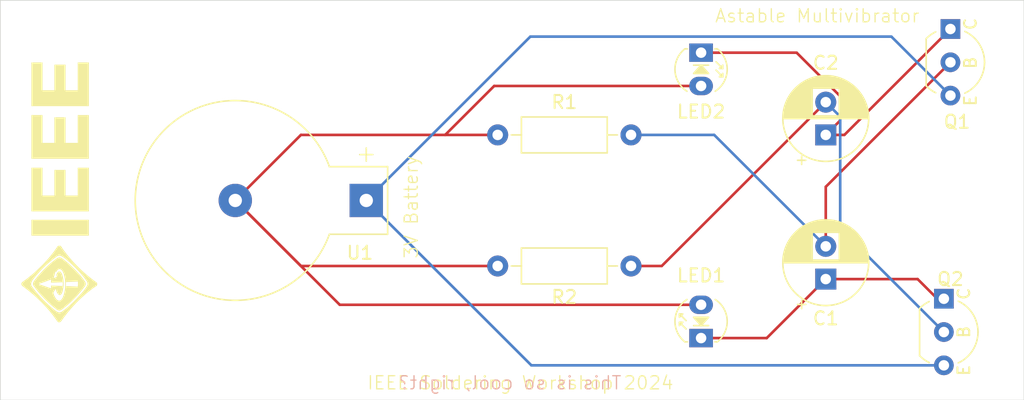
<source format=kicad_pcb>
(kicad_pcb (version 20240108) (generator "pcbnew") (generator_version "8.0")
  (layers (0 "F.Cu" signal) (31 "B.Cu" signal) (34 "B.Paste" user) (35 "F.Paste" user) (36 "B.SilkS" user "B.Silkscreen") (37 "F.SilkS" user "F.Silkscreen") (38 "B.Mask" user) (39 "F.Mask" user) (44 "Edge.Cuts" user))
  (net 0 "")
  (net 1 "Net-(LED1-K)")
  (net 2 "Net-(Q1-B)")
  (net 3 "Net-(Q2-B)")
  (net 4 "Net-(LED2-K)")
  (net 5 "Net-(LED1-A)")
  (net 6 "Net-(Q1-E)")
  (footprint "PCM_LED_THT_AKL:LED_D3.0mm" (layer "F.Cu") (at 210.5 58.725 -90)
    (property "Reference" "LED2" (at 4.5 0 180) (layer "F.SilkS"))
    (property "Value" "LED_3mm" (hide yes))
    (pad "1" thru_hole rect (at 0 0 270) (size 1.4 1.8) (drill 0.8) (layers "*.Cu" "*.Mask") (net 4 "Net-(LED2-K)"))
    (pad "2" thru_hole oval (at 2.54 0 270) (size 1.4 1.8) (drill 0.8) (layers "*.Cu" "*.Mask") (net 5 "Net-(LED1-A)"))
  )
  (footprint "Resistor_THT:R_Axial_DIN0207_L6.3mm_D2.5mm_P10.16mm_Horizontal" (layer "F.Cu") (at 205.16 65 180)
    (property "Reference" "R1" (at 5.08 2.5 0) (layer "F.SilkS"))
    (property "Value" "10k" (hide yes))
    (pad "1" thru_hole circle (at 0 0 180) (size 1.6 1.6) (drill 0.8) (layers "*.Cu" "*.Mask") (net 2 "Net-(Q1-B)"))
    (pad "2" thru_hole oval (at 10.16 0 180) (size 1.6 1.6) (drill 0.8) (layers "*.Cu" "*.Mask") (net 5 "Net-(LED1-A)"))
  )
  (footprint "PCM_Package_TO_SOT_THT_AKL:TO-92_Inline_Wide_CBE" (layer "F.Cu") (at 229 77.5 -90)
    (property "Reference" "Q2" (at -1.5 -0.5 180) (layer "F.SilkS"))
    (property "Value" "BC547" (hide yes))
    (fp_text user "E" (at 5.461 -1.524 90) (layer "F.SilkS") (effects (font (size 0.9 0.9))))
    (fp_text user "B" (at 2.54 -1.524 90) (layer "F.SilkS") (effects (font (size 0.9 0.9))))
    (fp_text user "C" (at -0.381 -1.524 90) (layer "F.SilkS") (effects (font (size 0.9 0.9))))
    (pad "1" thru_hole rect (at 0 0) (size 1.5 1.5) (drill 0.8) (layers "*.Cu" "*.Mask") (net 1 "Net-(LED1-K)"))
    (pad "2" thru_hole circle (at 2.54 0) (size 1.5 1.5) (drill 0.8) (layers "*.Cu" "*.Mask") (net 3 "Net-(Q2-B)"))
    (pad "3" thru_hole circle (at 5.08 0) (size 1.5 1.5) (drill 0.8) (layers "*.Cu" "*.Mask") (net 6 "Net-(Q1-E)"))
  )
  (footprint "Capacitor_THT:CP_Radial_D6.3mm_P2.50mm" (layer "F.Cu") (at 220 76 90)
    (property "Reference" "C1" (at -3 0 180) (layer "F.SilkS"))
    (property "Value" "220uF_10V" (hide yes))
    (pad "1" thru_hole rect (at 0 0 90) (size 1.6 1.6) (drill 0.8) (layers "*.Cu" "*.Mask") (net 1 "Net-(LED1-K)"))
    (pad "2" thru_hole circle (at 2.5 0 90) (size 1.6 1.6) (drill 0.8) (layers "*.Cu" "*.Mask") (net 2 "Net-(Q1-B)"))
  )
  (footprint "Resistor_THT:R_Axial_DIN0207_L6.3mm_D2.5mm_P10.16mm_Horizontal" (layer "F.Cu") (at 205.16 75 180)
    (property "Reference" "R2" (at 5.08 -2.37 0) (layer "F.SilkS"))
    (property "Value" "10k" (hide yes))
    (pad "1" thru_hole circle (at 0 0 180) (size 1.6 1.6) (drill 0.8) (layers "*.Cu" "*.Mask") (net 3 "Net-(Q2-B)"))
    (pad "2" thru_hole oval (at 10.16 0 180) (size 1.6 1.6) (drill 0.8) (layers "*.Cu" "*.Mask") (net 5 "Net-(LED1-A)"))
  )
  (footprint "Battery:BatteryHolder_Keystone_500" (layer "F.Cu") (at 184.987818 70 180)
    (property "Reference" "U1" (at 0.487818 -4 360) (layer "F.SilkS"))
    (property "Value" "~" (hide yes))
    (pad "1" thru_hole rect (at 0 0 180) (size 2.54 2.54) (drill 1.016) (layers "*.Cu" "*.Mask") (net 6 "Net-(Q1-E)"))
    (pad "2" thru_hole circle (at 9.9822 0 180) (size 2.54 2.54) (drill 1.016) (layers "*.Cu" "*.Mask") (net 5 "Net-(LED1-A)"))
  )
  (footprint "Capacitor_THT:CP_Radial_D6.3mm_P2.50mm" (layer "F.Cu") (at 220 65 90)
    (property "Reference" "C2" (at 5.5 0 180) (layer "F.SilkS"))
    (property "Value" "220uF_10V" (hide yes))
    (pad "1" thru_hole rect (at 0 0 90) (size 1.6 1.6) (drill 0.8) (layers "*.Cu" "*.Mask") (net 4 "Net-(LED2-K)"))
    (pad "2" thru_hole circle (at 2.5 0 90) (size 1.6 1.6) (drill 0.8) (layers "*.Cu" "*.Mask") (net 3 "Net-(Q2-B)"))
  )
  (footprint "PCM_LED_THT_AKL:LED_D3.0mm" (layer "F.Cu") (at 210.5 80.5 90)
    (property "Reference" "LED1" (at 4.775 0 360) (layer "F.SilkS"))
    (property "Value" "LED_3mm" (hide yes))
    (pad "1" thru_hole rect (at 0 0 90) (size 1.4 1.8) (drill 0.8) (layers "*.Cu" "*.Mask") (net 1 "Net-(LED1-K)"))
    (pad "2" thru_hole oval (at 2.54 0 90) (size 1.4 1.8) (drill 0.8) (layers "*.Cu" "*.Mask") (net 5 "Net-(LED1-A)"))
  )
  (footprint "PCM_Package_TO_SOT_THT_AKL:TO-92_Inline_Wide_CBE" (layer "F.Cu") (at 229.5 56.92 -90)
    (property "Reference" "Q1" (at 7.08 -0.5 180) (layer "F.SilkS"))
    (property "Value" "BC547" (hide yes))
    (fp_text user "C" (at -0.381 -1.524 90) (layer "F.SilkS") (effects (font (size 0.9 0.9))))
    (fp_text user "E" (at 5.461 -1.524 90) (layer "F.SilkS") (effects (font (size 0.9 0.9))))
    (fp_text user "B" (at 2.58 -1.524 90) (layer "F.SilkS") (effects (font (size 0.9 0.9))))
    (pad "1" thru_hole rect (at 0 0) (size 1.5 1.5) (drill 0.8) (layers "*.Cu" "*.Mask") (net 4 "Net-(LED2-K)"))
    (pad "2" thru_hole circle (at 2.54 0) (size 1.5 1.5) (drill 0.8) (layers "*.Cu" "*.Mask") (net 2 "Net-(Q1-B)"))
    (pad "3" thru_hole circle (at 5.08 0) (size 1.5 1.5) (drill 0.8) (layers "*.Cu" "*.Mask") (net 6 "Net-(Q1-E)"))
  )
  (gr_poly (pts (xy 160.318609 63.484342) (xy 160.318609 65.607137) (xy 161.222451 65.607137) (xy 161.222451 63.654429) (xy 162.071871 63.654429) (xy 162.071871 65.607137) (xy 163 65.607137) (xy 163 63.484342) (xy 163.849653 63.484342) (xy 163.849653 66.820201) (xy 159.469344 66.820201) (xy 159.469344 63.484342)) (stroke (width -0.000001)) (fill solid) (layer "F.SilkS"))
  (gr_poly (pts (xy 159.591044 76.345277) (xy 159.593059 76.327899) (xy 159.596227 76.310647) (xy 159.600475 76.293522) (xy 159.605729 76.276525) (xy 159.611915 76.259657) (xy 159.618959 76.242917) (xy 159.626787 76.226307) (xy 159.644499 76.19348) (xy 159.664459 76.16118) (xy 159.686077 76.129414) (xy 159.70876 76.098186) (xy 159.754958 76.037371) (xy 159.79832 75.978781) (xy 159.980396 75.758357) (xy 160.168959 75.54223) (xy 160.364026 75.331569) (xy 160.464005 75.228653) (xy 160.565617 75.127541) (xy 160.668864 75.028378) (xy 160.773749 74.931312) (xy 160.880275 74.836488) (xy 160.988443 74.744052) (xy 161.098255 74.654149) (xy 161.209715 74.566926) (xy 161.322824 74.482529) (xy 161.437585 74.401104) (xy 161.452993 74.3914) (xy 161.469318 74.382447) (xy 161.486447 74.374308) (xy 161.504267 74.367047) (xy 161.522664 74.360726) (xy 161.541525 74.355409) (xy 161.560736 74.351158) (xy 161.580183 74.348037) (xy 161.599754 74.34611) (xy 161.619334 74.345438) (xy 161.63881 74.346085) (xy 161.658068 74.348115) (xy 161.676995 74.35159) (xy 161.695477 74.356573) (xy 161.704517 74.35965) (xy 161.713402 74.363128) (xy 161.722119 74.367014) (xy 161.730654 74.371317) (xy 161.765012 74.392464) (xy 161.799021 74.414449) (xy 161.832708 74.437203) (xy 161.8661 74.460658) (xy 161.932109 74.5094) (xy 161.997267 74.560131) (xy 162.061794 74.612307) (xy 162.125907 74.665385) (xy 162.25377 74.772069) (xy 162.263105 74.772069) (xy 162.545071 75.040125) (xy 162.685236 75.177231) (xy 162.82363 75.316548) (xy 162.959333 75.458196) (xy 163.091426 75.602296) (xy 163.218988 75.748967) (xy 163.280783 75.823304) (xy 163.341101 75.898328) (xy 163.365003 75.934947) (xy 163.391393 75.971318) (xy 163.448332 76.043838) (xy 163.47723 76.080246) (xy 163.505313 76.116927) (xy 163.531755 76.15401) (xy 163.555731 76.191625) (xy 163.566536 76.210673) (xy 163.576415 76.229902) (xy 163.585265 76.24933) (xy 163.592982 76.268972) (xy 163.599463 76.288844) (xy 163.604605 76.308964) (xy 163.608305 76.329346) (xy 163.61046 76.350008) (xy 163.610966 76.370965) (xy 163.609721 76.392234) (xy 163.60662 76.413832) (xy 163.601562 76.435773) (xy 163.594442 76.458075) (xy 163.585157 76.480754) (xy 163.573605 76.503826) (xy 163.559682 76.527307) (xy 163.397337 76.741808) (xy 163.226156 76.953292) (xy 163.046893 77.161068) (xy 163.004648 77.207113) (xy 163.004648 76.575571) (xy 163.012449 76.481179) (xy 163.015431 76.432451) (xy 163.017344 76.383068) (xy 163.017844 76.333303) (xy 163.016588 76.283432) (xy 163.015195 76.258541) (xy 163.013234 76.233727) (xy 163.010662 76.209023) (xy 163.007437 76.184464) (xy 162.143066 76.223509) (xy 162.101929 76.230365) (xy 162.104624 76.304229) (xy 162.105552 76.341005) (xy 162.105968 76.377989) (xy 162.105697 76.415418) (xy 162.104566 76.453528) (xy 162.1024 76.492553) (xy 162.099028 76.532692) (xy 162.327409 76.542938) (xy 162.551546 76.55156) (xy 162.775828 76.561469) (xy 162.889396 76.567814) (xy 163.004648 76.575571) (xy 163.004648 77.207113) (xy 162.860302 77.364443) (xy 162.667139 77.562725) (xy 162.468158 77.755222) (xy 162.264112 77.941241) (xy 162.055757 78.12009) (xy 162.032892 78.135421) (xy 162.010459 78.151628) (xy 161.988368 78.168545) (xy 161.966531 78.186008) (xy 161.879919 78.257997) (xy 161.858004 78.275702) (xy 161.835806 78.292959) (xy 161.813234 78.309603) (xy 161.790199 78.325468) (xy 161.766613 78.340389) (xy 161.742385 78.354201) (xy 161.717427 78.366737) (xy 161.691648 78.377833) (xy 161.674056 78.384323) (xy 161.656766 78.389428) (xy 161.639768 78.393208) (xy 161.623049 78.395721) (xy 161.6066 78.397024) (xy 161.590409 78.397177) (xy 161.589372 78.397116) (xy 161.589372 77.647174) (xy 161.607958 77.646976) (xy 161.627077 77.645393) (xy 161.637546 77.642105) (xy 161.647783 77.63831) (xy 161.657791 77.634031) (xy 161.667573 77.629288) (xy 161.677131 77.624103) (xy 161.686466 77.618496) (xy 161.695583 77.61249) (xy 161.704482 77.606104) (xy 161.713167 77.59936) (xy 161.72164 77.59228) (xy 161.73796 77.577193) (xy 161.753462 77.561012) (xy 161.768164 77.543907) (xy 161.782087 77.526047) (xy 161.795251 77.507601) (xy 161.807674 77.488737) (xy 161.819376 77.469626) (xy 161.830377 77.450435) (xy 161.840697 77.431335) (xy 161.850355 77.412494) (xy 161.859371 77.394081) (xy 161.900894 77.291843) (xy 161.937146 77.18597) (xy 161.968193 77.07693) (xy 161.994096 76.965193) (xy 162.014922 76.851229) (xy 162.030733 76.735507) (xy 162.041594 76.618497) (xy 162.047569 76.500667) (xy 162.048722 76.382488) (xy 162.045117 76.264429) (xy 162.036818 76.14696) (xy 162.02389 76.030549) (xy 162.006395 75.915667) (xy 161.984399 75.802782) (xy 161.957965 75.692365) (xy 161.927157 75.584885) (xy 161.905743 75.530792) (xy 161.893934 75.502832) (xy 161.881257 75.474673) (xy 161.867611 75.446621) (xy 161.852895 75.418983) (xy 161.837009 75.392064) (xy 161.819851 75.366172) (xy 161.801322 75.341614) (xy 161.78132 75.318695) (xy 161.770736 75.307946) (xy 161.759746 75.297722) (xy 161.748337 75.288061) (xy 161.736497 75.279002) (xy 161.724214 75.270583) (xy 161.711474 75.262842) (xy 161.698266 75.255818) (xy 161.684576 75.249548) (xy 161.670393 75.244071) (xy 161.655703 75.239426) (xy 161.640494 75.235651) (xy 161.624753 75.232784) (xy 161.61168 75.233353) (xy 161.59891 75.234753) (xy 161.586439 75.236951) (xy 161.574266 75.23991) (xy 161.562385 75.243596) (xy 161.550795 75.247975) (xy 161.539492 75.253012) (xy 161.528473 75.258671) (xy 161.517734 75.264919) (xy 161.507273 75.27172) (xy 161.497085 75.279039) (xy 161.487169 75.286843) (xy 161.477521 75.295095) (xy 161.468137 75.303762) (xy 161.45015 75.322199) (xy 161.433183 75.341875) (xy 161.417211 75.362513) (xy 161.402207 75.383834) (xy 161.388147 75.40556) (xy 161.375004 75.427414) (xy 161.362753 75.449116) (xy 161.340825 75.490953) (xy 161.334124 75.490953) (xy 161.328672 75.476677) (xy 161.323447 75.461991) (xy 161.318539 75.447011) (xy 161.31404 75.431853) (xy 161.310043 75.416633) (xy 161.306638 75.401467) (xy 161.305187 75.393941) (xy 161.303918 75.386473) (xy 161.302843 75.379076) (xy 161.301974 75.371765) (xy 161.298217 75.371765) (xy 161.284809 75.442375) (xy 161.270137 75.512461) (xy 161.254394 75.582104) (xy 161.237776 75.651388) (xy 161.202691 75.789204) (xy 161.16644 75.926566) (xy 161.196775 75.913779) (xy 161.227455 75.901746) (xy 161.258415 75.890308) (xy 161.289588 75.879305) (xy 161.415119 75.83643) (xy 161.408711 75.815733) (xy 161.402714 75.794885) (xy 161.39714 75.773866) (xy 161.391999 75.75266) (xy 161.387303 75.731249) (xy 161.383062 75.709616) (xy 161.37929 75.687741) (xy 161.375996 75.665608) (xy 161.390959 75.627764) (xy 161.408034 75.587954) (xy 161.417549 75.567921) (xy 161.427816 75.548129) (xy 161.438908 75.528819) (xy 161.4509 75.510238) (xy 161.463866 75.492627) (xy 161.477881 75.47623) (xy 161.485304 75.468564) (xy 161.493018 75.461292) (xy 161.501031 75.454446) (xy 161.509353 75.448056) (xy 161.517992 75.442153) (xy 161.526958 75.436766) (xy 161.536261 75.431927) (xy 161.54591 75.427665) (xy 161.555914 75.424012) (xy 161.566282 75.420998) (xy 161.577023 75.418653) (xy 161.588148 75.417007) (xy 161.598569 75.416389) (xy 161.608659 75.416526) (xy 161.618428 75.417383) (xy 161.627884 75.418929) (xy 161.637036 75.42113) (xy 161.645893 75.423954) (xy 161.654464 75.427367) (xy 161.662759 75.431337) (xy 161.670785 75.43583) (xy 161.678552 75.440814) (xy 161.686069 75.446255) (xy 161.693345 75.452122) (xy 161.700389 75.45838) (xy 161.707209 75.464997) (xy 161.713815 75.471941) (xy 161.720215 75.479177) (xy 161.732435 75.494397) (xy 161.74394 75.510393) (xy 161.754802 75.526903) (xy 161.765092 75.543663) (xy 161.801965 75.607932) (xy 161.828626 75.686165) (xy 161.85211 75.765487) (xy 161.872426 75.845772) (xy 161.889586 75.926895) (xy 161.903598 76.008729) (xy 161.914472 76.091149) (xy 161.922218 76.174028) (xy 161.926846 76.257242) (xy 161.928366 76.340664) (xy 161.926787 76.424169) (xy 161.922119 76.507631) (xy 161.914371 76.590923) (xy 161.903555 76.673921) (xy 161.889678 76.756498) (xy 161.872752 76.838528) (xy 161.852785 76.919887) (xy 161.838013 76.966692) (xy 161.821148 77.015987) (xy 161.811591 77.040799) (xy 161.801103 77.065309) (xy 161.789547 77.089211) (xy 161.776787 77.112196) (xy 161.762687 77.133956) (xy 161.747111 77.154184) (xy 161.738727 77.163627) (xy 161.729923 77.172571) (xy 161.720681 77.180979) (xy 161.710986 77.18881) (xy 161.700819 77.196028) (xy 161.690164 77.202593) (xy 161.679004 77.208467) (xy 161.667322 77.213612) (xy 161.6551 77.217989) (xy 161.642322 77.221559) (xy 161.628971 77.224284) (xy 161.61503 77.226126) (xy 161.596743 77.217799) (xy 161.579354 77.208717) (xy 161.562832 77.198909) (xy 161.547146 77.188409) (xy 161.532268 77.177246) (xy 161.518165 77.165452) (xy 161.504809 77.153058) (xy 161.492169 77.140095) (xy 161.480214 77.126595) (xy 161.468915 77.112589) (xy 161.45824 77.098108) (xy 161.448161 77.083183) (xy 161.438646 77.067845) (xy 161.429665 77.052126) (xy 161.413186 77.019668) (xy 161.398482 76.986059) (xy 161.38531 76.951549) (xy 161.373428 76.916387) (xy 161.362594 76.880822) (xy 161.343105 76.809486) (xy 161.324905 76.739537) (xy 161.302473 76.774853) (xy 161.280451 76.810247) (xy 161.236666 76.880982) (xy 161.214416 76.916182) (xy 161.191603 76.951173) (xy 161.167984 76.985886) (xy 161.143315 77.020249) (xy 161.144763 77.038599) (xy 161.147031 77.056759) (xy 161.150059 77.074742) (xy 161.153784 77.092557) (xy 161.158146 77.110216) (xy 161.163081 77.12773) (xy 161.168529 77.145108) (xy 161.174429 77.162363) (xy 161.187334 77.196545) (xy 161.201305 77.230361) (xy 161.230469 77.297243) (xy 161.260726 77.356501) (xy 161.277411 77.387466) (xy 161.295239 77.418701) (xy 161.314289 77.449741) (xy 161.33464 77.480122) (xy 161.35637 77.509379) (xy 161.37956 77.537047) (xy 161.404288 77.56266) (xy 161.417253 77.574551) (xy 161.430632 77.585755) (xy 161.444435 77.596212) (xy 161.458673 77.605866) (xy 161.473353 77.614657) (xy 161.488488 77.622528) (xy 161.504086 77.629421) (xy 161.520157 77.635277) (xy 161.536711 77.640038) (xy 161.553759 77.643647) (xy 161.571309 77.646045) (xy 161.589372 77.647174) (xy 161.589372 78.397116) (xy 161.574465 78.396238) (xy 161.558756 78.394265) (xy 161.543273 78.391316) (xy 161.528004 78.38745) (xy 161.512938 78.382725) (xy 161.498064 78.3772) (xy 161.483371 78.370932) (xy 161.468848 78.36398) (xy 161.440267 78.348259) (xy 161.412234 78.330502) (xy 161.38466 78.311176) (xy 161.357457 78.290749) (xy 161.330537 78.269686) (xy 161.277193 78.227522) (xy 161.250593 78.207355) (xy 161.223923 78.188419) (xy 161.004623 78.004724) (xy 160.966025 77.970258) (xy 160.966025 76.704752) (xy 160.972881 76.487991) (xy 160.979234 76.487991) (xy 161.850229 76.527307) (xy 161.85937 76.520529) (xy 161.862313 76.48736) (xy 161.86469 76.452668) (xy 161.866325 76.416935) (xy 161.86704 76.380642) (xy 161.866658 76.344271) (xy 161.865003 76.308304) (xy 161.863642 76.290622) (xy 161.861897 76.273222) (xy 161.859744 76.256163) (xy 161.857163 76.239506) (xy 161.84345 76.239506) (xy 160.99864 76.2746) (xy 160.970054 76.269332) (xy 160.966025 76.032816) (xy 160.731699 76.120611) (xy 160.496422 76.207022) (xy 160.260418 76.291973) (xy 160.023913 76.375388) (xy 160.023913 76.382322) (xy 160.196012 76.435932) (xy 160.966025 76.704752) (xy 160.966025 77.970258) (xy 160.788029 77.811313) (xy 160.681258 77.7113) (xy 160.575779 77.609263) (xy 160.471795 77.505336) (xy 160.369511 77.399654) (xy 160.269133 77.292351) (xy 160.170864 77.183564) (xy 160.07491 77.073426) (xy 159.981476 76.962073) (xy 159.890765 76.84964) (xy 159.802984 76.73626) (xy 159.718337 76.62207) (xy 159.637028 76.507204) (xy 159.637027 76.507242) (xy 159.625332 76.48876) (xy 159.615455 76.470398) (xy 159.607324 76.452156) (xy 159.600863 76.434035) (xy 159.596001 76.416037) (xy 159.592661 76.398161) (xy 159.590771 76.380409) (xy 159.590257 76.36278)) (stroke (width -0.000001)) (fill solid) (layer "F.SilkS"))
  (gr_poly (pts (xy 160.318609 67.5) (xy 160.318609 69.623374) (xy 161.222451 69.623374) (xy 161.222451 67.670009) (xy 162.071871 67.670009) (xy 162.071871 69.623375) (xy 163 69.623375) (xy 163 67.5) (xy 163.849653 67.5) (xy 163.849653 70.83671) (xy 159.469344 70.83671) (xy 159.469344 67.5)) (stroke (width -0.000001)) (fill solid) (layer "F.SilkS"))
  (gr_poly (pts (xy 158.704593 76.363219) (xy 158.705077 76.357058) (xy 158.705863 76.350902) (xy 158.70696 76.344755) (xy 158.708379 76.338623) (xy 158.710131 76.332507) (xy 158.712224 76.326414) (xy 158.71467 76.320346) (xy 158.716376 76.314735) (xy 158.718488 76.309051) (xy 158.720961 76.30331) (xy 158.723753 76.297527) (xy 158.726818 76.291717) (xy 158.730113 76.285895) (xy 158.733595 76.280076) (xy 158.737218 76.274276) (xy 158.744718 76.262789) (xy 158.75226 76.251555) (xy 158.759495 76.240694) (xy 158.766071 76.230326) (xy 159.076455 76.011318) (xy 159.249246 75.874473) (xy 159.422963 75.734518) (xy 159.509165 75.663484) (xy 159.594393 75.591804) (xy 159.678246 75.519521) (xy 159.760321 75.446678) (xy 160.262985 74.965473) (xy 160.422961 74.800907) (xy 160.578208 74.63375) (xy 160.728811 74.463916) (xy 160.874853 74.291324) (xy 161.016417 74.115891) (xy 161.153587 73.937533) (xy 161.286447 73.756167) (xy 161.41508 73.57171) (xy 161.417675 73.555945) (xy 161.425601 73.544306) (xy 161.434241 73.533169) (xy 161.443548 73.522556) (xy 161.453478 73.51249) (xy 161.463984 73.502995) (xy 161.475021 73.494093) (xy 161.486541 73.485807) (xy 161.498501 73.478161) (xy 161.510853 73.471176) (xy 161.523552 73.464878) (xy 161.536551 73.459287) (xy 161.549806 73.454428) (xy 161.56327 73.450322) (xy 161.576896 73.446994) (xy 161.59064 73.444466) (xy 161.604456 73.442762) (xy 161.61908 73.443533) (xy 161.632989 73.445319) (xy 161.646215 73.448071) (xy 161.658792 73.45174) (xy 161.670752 73.456277) (xy 161.68213 73.461631) (xy 161.692959 73.467753) (xy 161.703271 73.474595) (xy 161.7131 73.482106) (xy 161.722481 73.490238) (xy 161.731445 73.498941) (xy 161.740026 73.508165) (xy 161.756174 73.527982) (xy 161.77119 73.549293) (xy 161.785343 73.571703) (xy 161.798898 73.594818) (xy 161.825281 73.641581) (xy 161.838643 73.66444) (xy 161.852475 73.686423) (xy 161.867042 73.707137) (xy 161.882611 73.726186) (xy 162.01557 73.90573) (xy 162.152338 74.082783) (xy 162.292814 74.257227) (xy 162.436897 74.428943) (xy 162.584488 74.59781) (xy 162.735485 74.76371) (xy 162.889787 74.926524) (xy 163.047296 75.086133) (xy 163.207909 75.242417) (xy 163.371526 75.395257) (xy 163.538047 75.544535) (xy 163.707371 75.69013) (xy 163.879399 75.831924) (xy 164.054028 75.969798) (xy 164.231158 76.103633) (xy 164.41069 76.233309) (xy 164.465694 76.28808) (xy 164.468702 76.29329) (xy 164.471441 76.29859) (xy 164.47392 76.303975) (xy 164.476144 76.309438) (xy 164.479863 76.320578) (xy 164.482656 76.331968) (xy 164.484583 76.343564) (xy 164.485705 76.355322) (xy 164.48608 76.367199) (xy 164.485768 76.379151) (xy 164.484829 76.391134) (xy 164.483322 76.403104) (xy 164.481307 76.415019) (xy 164.478843 76.426834) (xy 164.47599 76.438506) (xy 164.472808 76.449991) (xy 164.469356 76.461246) (xy 164.465694 76.472226) (xy 164.463278 76.478951) (xy 164.460544 76.485311) (xy 164.457508 76.491324) (xy 164.454187 76.49701) (xy 164.450596 76.502388) (xy 164.446753 76.507477) (xy 164.442672 76.512297) (xy 164.438372 76.516866) (xy 164.433867 76.521204) (xy 164.429174 76.525329) (xy 164.419289 76.533021) (xy 164.408848 76.540095) (xy 164.39798 76.546704) (xy 164.352846 76.57156) (xy 164.341797 76.578146) (xy 164.331103 76.585188) (xy 164.320892 76.592839) (xy 164.316009 76.596941) (xy 164.311296 76.601252) (xy 164.267656 76.629934) (xy 164.224329 76.659492) (xy 164.138539 76.720824) (xy 164.053781 76.784426) (xy 163.96991 76.849471) (xy 163.804252 76.980595) (xy 163.722175 77.045023) (xy 163.640406 77.107596) (xy 163.603409 77.143317) (xy 163.565928 77.177894) (xy 163.528025 77.211744) (xy 163.489761 77.24528) (xy 163.412395 77.313072) (xy 163.373417 77.348158) (xy 163.334322 77.38459) (xy 163.107953 77.597572) (xy 162.88877 77.816558) (xy 162.676883 78.041077) (xy 162.4724 78.270658) (xy 162.275431 78.504832) (xy 162.086084 78.743127) (xy 161.904469 78.985072) (xy 161.730693 79.230197) (xy 161.721741 79.238848) (xy 161.712435 79.247244) (xy 161.702777 79.255309) (xy 161.692771 79.262964) (xy 161.682421 79.270131) (xy 161.671728 79.276732) (xy 161.660697 79.28269) (xy 161.64933 79.287927) (xy 161.637631 79.292364) (xy 161.625603 79.295924) (xy 161.613249 79.298528) (xy 161.606951 79.299448) (xy 161.600572 79.3001) (xy 161.594114 79.300474) (xy 161.587576 79.30056) (xy 161.580959 79.30035) (xy 161.577345 79.30007) (xy 161.577345 78.543307) (xy 161.591744 78.543051) (xy 161.606 78.54244) (xy 161.620099 78.541447) (xy 161.634028 78.540048) (xy 161.647775 78.538218) (xy 161.661328 78.535933) (xy 161.674673 78.533166) (xy 161.687797 78.529892) (xy 161.700687 78.526088) (xy 161.713332 78.521728) (xy 161.725717 78.516786) (xy 161.73783 78.511238) (xy 161.749659 78.505059) (xy 161.76119 78.498224) (xy 161.772411 78.490707) (xy 161.851029 78.436748) (xy 161.929157 78.380781) (xy 162.006738 78.322941) (xy 162.083716 78.263365) (xy 162.160036 78.202188) (xy 162.235642 78.139548) (xy 162.384487 78.010417) (xy 162.529804 77.877062) (xy 162.671146 77.740569) (xy 162.808066 77.602028) (xy 162.940116 77.462525) (xy 163.15793 77.222867) (xy 163.266361 77.102659) (xy 163.372123 76.981117) (xy 163.423452 76.919592) (xy 163.473453 76.857429) (xy 163.521905 76.794526) (xy 163.568587 76.730782) (xy 163.61328 76.666097) (xy 163.655763 76.600367) (xy 163.695815 76.533492) (xy 163.733215 76.46537) (xy 163.738162 76.454008) (xy 163.742413 76.442565) (xy 163.74599 76.431052) (xy 163.748914 76.419477) (xy 163.751206 76.407849) (xy 163.752888 76.396178) (xy 163.753981 76.384474) (xy 163.754507 76.372744) (xy 163.754488 76.360999) (xy 163.753943 76.349248) (xy 163.752896 76.3375) (xy 163.751368 76.325764) (xy 163.746951 76.302366) (xy 163.740865 76.279127) (xy 163.733281 76.256122) (xy 163.724371 76.233426) (xy 163.714305 76.21111) (xy 163.703256 76.18925) (xy 163.691394 76.16792) (xy 163.678891 76.147193) (xy 163.665918 76.127144) (xy 163.652646 76.107846) (xy 163.58588 76.015033) (xy 163.51714 75.923421) (xy 163.446535 75.832967) (xy 163.374173 75.743627) (xy 163.300162 75.655357) (xy 163.224613 75.568112) (xy 163.069331 75.396526) (xy 162.909196 75.228517) (xy 162.745076 75.063733) (xy 162.577842 74.901824) (xy 162.408362 74.742437) (xy 162.31931 74.668262) (xy 162.231324 74.593115) (xy 162.143506 74.51865) (xy 162.054958 74.446526) (xy 162.01013 74.411859) (xy 161.964782 74.378398) (xy 161.918802 74.346351) (xy 161.872078 74.315923) (xy 161.824497 74.287323) (xy 161.775949 74.260757) (xy 161.726319 74.236433) (xy 161.675496 74.214557) (xy 161.665356 74.211984) (xy 161.655309 74.209849) (xy 161.645352 74.20814) (xy 161.635486 74.206843) (xy 161.62571 74.205946) (xy 161.616022 74.205435) (xy 161.606421 74.205297) (xy 161.596907 74.205519) (xy 161.578136 74.206994) (xy 161.559701 74.209755) (xy 161.541595 74.213699) (xy 161.523809 74.218721) (xy 161.506338 74.224718) (xy 161.489174 74.231587) (xy 161.47231 74.239223) (xy 161.455738 74.247523) (xy 161.43945 74.256383) (xy 161.423441 74.2657) (xy 161.407702 74.275369) (xy 161.392227 74.285287) (xy 161.217058 74.412013) (xy 161.044499 74.544965) (xy 160.874774 74.683666) (xy 160.708108 74.82764) (xy 160.544725 74.976409) (xy 160.384849 75.129496) (xy 160.228704 75.286425) (xy 160.076515 75.446717) (xy 160.060246 75.475033) (xy 160.003862 75.53443) (xy 159.947944 75.595523) (xy 159.89266 75.657976) (xy 159.838174 75.72145) (xy 159.784652 75.785609) (xy 159.732259 75.850115) (xy 159.681163 75.914631) (xy 159.631527 75.97882) (xy 159.605785 76.010244) (xy 159.580742 76.043367) (xy 159.556783 76.077998) (xy 159.534291 76.113945) (xy 159.51365 76.151016) (xy 159.495245 76.189021) (xy 159.479459 76.227768) (xy 159.466676 76.267066) (xy 159.46153 76.286862) (xy 159.457279 76.306724) (xy 159.453971 76.326628) (xy 159.451653 76.34655) (xy 159.450374 76.366466) (xy 159.450182 76.386352) (xy 159.451124 76.406185) (xy 159.453249 76.42594) (xy 159.456604 76.445594) (xy 159.461238 76.465123) (xy 159.467198 76.484502) (xy 159.474533 76.503708) (xy 159.48329 76.522717) (xy 159.493517 76.541505) (xy 159.505263 76.560047) (xy 159.518576 76.578321) (xy 159.518576 76.578322) (xy 159.568683 76.647497) (xy 159.619187 76.715896) (xy 159.670266 76.783643) (xy 159.722099 76.850866) (xy 159.774866 76.917691) (xy 159.828745 76.984246) (xy 159.883915 77.050656) (xy 159.940555 77.117048) (xy 159.942467 77.11988) (xy 159.944595 77.122758) (xy 159.946908 77.125666) (xy 159.949375 77.128589) (xy 159.951964 77.131511) (xy 159.954644 77.134416) (xy 159.960155 77.140115) (xy 159.979639 77.159114) (xy 160.119328 77.313456) (xy 160.262133 77.466588) (xy 160.407901 77.617679) (xy 160.55648 77.765898) (xy 160.707717 77.910413) (xy 160.86146 78.050392) (xy 161.017556 78.185004) (xy 161.175853 78.313417) (xy 161.267528 78.38392) (xy 161.313794 78.417919) (xy 161.337181 78.434254) (xy 161.360793 78.450011) (xy 161.384672 78.465091) (xy 161.40886 78.479392) (xy 161.433398 78.492815) (xy 161.458329 78.505259) (xy 161.483694 78.516623) (xy 161.509536 78.526807) (xy 161.535896 78.53571) (xy 161.562815 78.543232) (xy 161.577345 78.543307) (xy 161.577345 79.30007) (xy 161.574264 79.299832) (xy 161.56749 79.298998) (xy 161.560638 79.297837) (xy 161.553708 79.29634) (xy 161.546702 79.294497) (xy 161.538964 79.292392) (xy 161.531419 79.289859) (xy 161.524062 79.286918) (xy 161.516884 79.283589) (xy 161.509881 79.279891) (xy 161.503045 79.275845) (xy 161.49637 79.271469) (xy 161.489849 79.266785) (xy 161.477246 79.256567) (xy 161.465182 79.245351) (xy 161.453608 79.233293) (xy 161.442471 79.220552) (xy 161.431719 79.207286) (xy 161.421301 79.193654) (xy 161.401259 79.165924) (xy 161.381931 79.138625) (xy 161.372406 79.125533) (xy 161.362904 79.113024) (xy 161.255248 78.959888) (xy 161.143744 78.808427) (xy 161.028568 78.658712) (xy 160.909894 78.510814) (xy 160.787897 78.364803) (xy 160.662752 78.220751) (xy 160.534634 78.078728) (xy 160.403719 77.938806) (xy 160.270181 77.801055) (xy 160.134195 77.665545) (xy 159.995937 77.532349) (xy 159.85558 77.401536) (xy 159.713301 77.273178) (xy 159.569274 77.147346) (xy 159.276676 76.903541) (xy 158.760532 76.507281) (xy 158.753122 76.497204) (xy 158.745936 76.486761) (xy 158.739056 76.475987) (xy 158.732564 76.464912) (xy 158.726541 76.45357) (xy 158.72107 76.441992) (xy 158.716232 76.430211) (xy 158.712108 76.418259) (xy 158.708782 76.406167) (xy 158.706334 76.393969) (xy 158.704846 76.381697) (xy 158.704487 76.375543) (xy 158.7044 76.369382)) (stroke (width -0.000001)) (fill solid) (layer "F.SilkS"))
  (gr_poly (pts (xy 163.849653 71.473397) (xy 163.849653 72.686771) (xy 159.469344 72.686771) (xy 159.469344 71.473397)) (stroke (width -0.000001)) (fill solid) (layer "F.SilkS"))
  (gr_poly (pts (xy 160.318609 59.468257) (xy 160.318609 61.590858) (xy 161.222451 61.590858) (xy 161.222451 59.637996) (xy 162.071871 59.637996) (xy 162.071871 61.59086) (xy 163 61.59086) (xy 163 59.468297) (xy 163.849653 59.468297) (xy 163.849653 62.804929) (xy 159.469344 62.804929) (xy 159.469344 59.468257)) (stroke (width -0.000001)) (fill solid) (layer "F.SilkS"))
  (gr_rect (start 157.102189 54.731399) (end 235.102189 85.231399) (stroke (width 0.05)) (fill none) (layer "Edge.Cuts"))
  (gr_text "This is so cool, right?" (at 204.5 84.5 0) (layer "B.SilkS") (effects (font (size 1 1) (thickness 0.1)) (justify left bottom mirror)))
  (gr_text "3V Battery" (at 189 74.5 90) (layer "F.SilkS") (effects (font (size 1 1) (thickness 0.1)) (justify left bottom)))
  (gr_text "IEEE Soldering Workshop 2024\n" (at 185 84.5 0) (layer "F.SilkS") (effects (font (size 1 1) (thickness 0.1)) (justify left bottom)))
  (gr_text "Astable Multivibrator" (at 211.5 56.5 0) (layer "F.SilkS") (effects (font (size 1 1) (thickness 0.1)) (justify left bottom)))
  (segment (start 215.5 80.5) (end 220 76) (width 0.2) (layer "F.Cu") (net 1))
  (segment (start 210.5 80.5) (end 215.5 80.5) (width 0.2) (layer "F.Cu") (net 1))
  (segment (start 228.5 77.5) (end 227 76) (width 0.2) (layer "F.Cu") (net 1))
  (segment (start 229 77.5) (end 228.5 77.5) (width 0.2) (layer "F.Cu") (net 1))
  (segment (start 227 76) (end 220 76) (width 0.2) (layer "F.Cu") (net 1))
  (segment (start 220 73.5) (end 220 68.96) (width 0.2) (layer "F.Cu") (net 2))
  (segment (start 220 68.96) (end 229.5 59.46) (width 0.2) (layer "F.Cu") (net 2))
  (segment (start 205.16 65) (end 211.5 65) (width 0.2) (layer "B.Cu") (net 2))
  (segment (start 211.5 65) (end 220 73.5) (width 0.2) (layer "B.Cu") (net 2))
  (segment (start 207.5 75) (end 220 62.5) (width 0.2) (layer "F.Cu") (net 3))
  (segment (start 205.16 75) (end 207.5 75) (width 0.2) (layer "F.Cu") (net 3))
  (segment (start 221.1 63.6) (end 220 62.5) (width 0.2) (layer "B.Cu") (net 3))
  (segment (start 221.1 72.14) (end 221.1 63.6) (width 0.2) (layer "B.Cu") (net 3))
  (segment (start 229 80.04) (end 221.1 72.14) (width 0.2) (layer "B.Cu") (net 3))
  (segment (start 221.1 63.9) (end 220 65) (width 0.2) (layer "F.Cu") (net 4))
  (segment (start 221.1 62.044365) (end 221.1 63.9) (width 0.2) (layer "F.Cu") (net 4))
  (segment (start 217.780635 58.725) (end 221.1 62.044365) (width 0.2) (layer "F.Cu") (net 4))
  (segment (start 221.42 65) (end 229.5 56.92) (width 0.2) (layer "F.Cu") (net 4))
  (segment (start 210.5 58.725) (end 217.780635 58.725) (width 0.2) (layer "F.Cu") (net 4))
  (segment (start 220 65) (end 221.42 65) (width 0.2) (layer "F.Cu") (net 4))
  (segment (start 191 65) (end 180.005618 65) (width 0.2) (layer "F.Cu") (net 5))
  (segment (start 210.5 77.96) (end 182.965618 77.96) (width 0.2) (layer "F.Cu") (net 5))
  (segment (start 195 65) (end 191 65) (width 0.2) (layer "F.Cu") (net 5))
  (segment (start 180.005618 75) (end 175.005618 70) (width 0.2) (layer "F.Cu") (net 5))
  (segment (start 210.5 61.265) (end 194.735 61.265) (width 0.2) (layer "F.Cu") (net 5))
  (segment (start 180.005618 65) (end 175.005618 70) (width 0.2) (layer "F.Cu") (net 5))
  (segment (start 194.735 61.265) (end 191 65) (width 0.2) (layer "F.Cu") (net 5))
  (segment (start 195 75) (end 180.005618 75) (width 0.2) (layer "F.Cu") (net 5))
  (segment (start 182.965618 77.96) (end 175.005618 70) (width 0.2) (layer "F.Cu") (net 5))
  (segment (start 197.567818 82.58) (end 184.987818 70) (width 0.2) (layer "B.Cu") (net 6))
  (segment (start 229.5 62) (end 225 57.5) (width 0.2) (layer "B.Cu") (net 6))
  (segment (start 225 57.5) (end 197.487818 57.5) (width 0.2) (layer "B.Cu") (net 6))
  (segment (start 229 82.58) (end 197.567818 82.58) (width 0.2) (layer "B.Cu") (net 6))
  (segment (start 197.487818 57.5) (end 184.987818 70) (width 0.2) (layer "B.Cu") (net 6))
)
</source>
